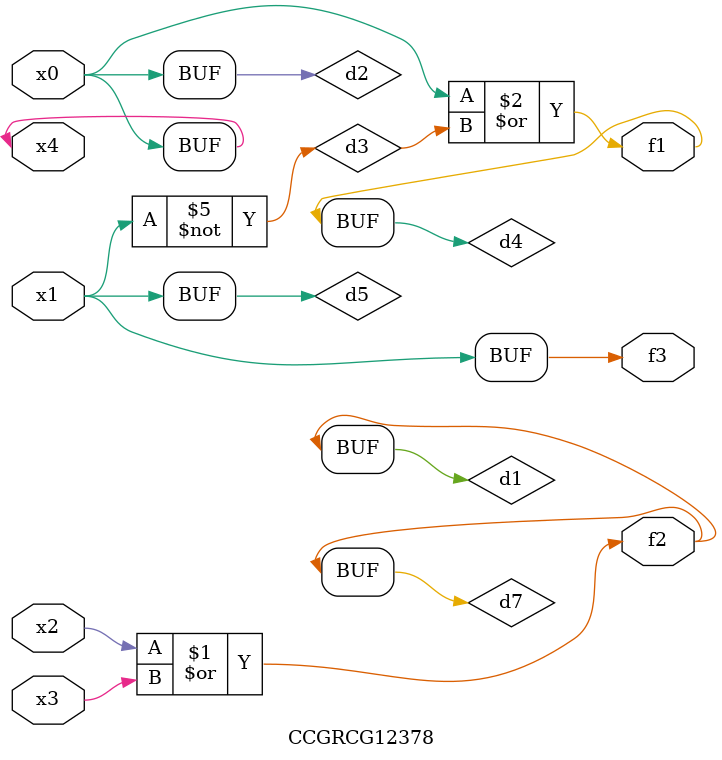
<source format=v>
module CCGRCG12378(
	input x0, x1, x2, x3, x4,
	output f1, f2, f3
);

	wire d1, d2, d3, d4, d5, d6, d7;

	or (d1, x2, x3);
	buf (d2, x0, x4);
	not (d3, x1);
	or (d4, d2, d3);
	not (d5, d3);
	nand (d6, d1, d3);
	or (d7, d1);
	assign f1 = d4;
	assign f2 = d7;
	assign f3 = d5;
endmodule

</source>
